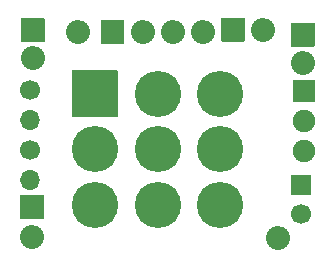
<source format=gbs>
G04 #@! TF.GenerationSoftware,KiCad,Pcbnew,(5.99.0-1730-g52ae0df7a)*
G04 #@! TF.CreationDate,2020-05-20T09:09:01+03:00*
G04 #@! TF.ProjectId,stomp-breakout,73746f6d-702d-4627-9265-616b6f75742e,rev?*
G04 #@! TF.SameCoordinates,Original*
G04 #@! TF.FileFunction,Soldermask,Bot*
G04 #@! TF.FilePolarity,Negative*
%FSLAX46Y46*%
G04 Gerber Fmt 4.6, Leading zero omitted, Abs format (unit mm)*
G04 Created by KiCad (PCBNEW (5.99.0-1730-g52ae0df7a)) date 2020-05-20 09:09:01*
%MOMM*%
%LPD*%
G01*
G04 APERTURE LIST*
%ADD10O,2.030400X2.030400*%
%ADD11O,1.700000X1.700000*%
%ADD12C,1.700000*%
%ADD13C,1.900000*%
%ADD14O,3.916000X3.916000*%
G04 APERTURE END LIST*
D10*
X157937200Y-102158800D03*
X141033500Y-84709000D03*
D11*
X136906000Y-92151200D03*
D12*
X136906000Y-89611200D03*
X159893000Y-100163000D03*
G36*
G01*
X159093000Y-96813000D02*
X160693000Y-96813000D01*
G75*
G02*
X160743000Y-96863000I0J-50000D01*
G01*
X160743000Y-98463000D01*
G75*
G02*
X160693000Y-98513000I-50000J0D01*
G01*
X159093000Y-98513000D01*
G75*
G02*
X159043000Y-98463000I0J50000D01*
G01*
X159043000Y-96863000D01*
G75*
G02*
X159093000Y-96813000I50000J0D01*
G01*
G37*
D13*
X160147000Y-94805500D03*
X160147000Y-92265500D03*
G36*
G01*
X159247000Y-88775500D02*
X161047000Y-88775500D01*
G75*
G02*
X161097000Y-88825500I0J-50000D01*
G01*
X161097000Y-90625500D01*
G75*
G02*
X161047000Y-90675500I-50000J0D01*
G01*
X159247000Y-90675500D01*
G75*
G02*
X159197000Y-90625500I0J50000D01*
G01*
X159197000Y-88825500D01*
G75*
G02*
X159247000Y-88775500I50000J0D01*
G01*
G37*
G36*
G01*
X136144800Y-85547200D02*
X136144800Y-83616800D01*
G75*
G02*
X136194800Y-83566800I50000J0D01*
G01*
X138125200Y-83566800D01*
G75*
G02*
X138175200Y-83616800I0J-50000D01*
G01*
X138175200Y-85547200D01*
G75*
G02*
X138125200Y-85597200I-50000J0D01*
G01*
X136194800Y-85597200D01*
G75*
G02*
X136144800Y-85547200I0J50000D01*
G01*
G37*
D10*
X137160000Y-86931500D03*
G36*
G01*
X159004800Y-85928200D02*
X159004800Y-83997800D01*
G75*
G02*
X159054800Y-83947800I50000J0D01*
G01*
X160985200Y-83947800D01*
G75*
G02*
X161035200Y-83997800I0J-50000D01*
G01*
X161035200Y-85928200D01*
G75*
G02*
X160985200Y-85978200I-50000J0D01*
G01*
X159054800Y-85978200D01*
G75*
G02*
X159004800Y-85928200I0J50000D01*
G01*
G37*
X160020000Y-87312500D03*
X156654500Y-84518500D03*
G36*
G01*
X153099300Y-85483700D02*
X153099300Y-83553300D01*
G75*
G02*
X153149300Y-83503300I50000J0D01*
G01*
X155079700Y-83503300D01*
G75*
G02*
X155129700Y-83553300I0J-50000D01*
G01*
X155129700Y-85483700D01*
G75*
G02*
X155079700Y-85533700I-50000J0D01*
G01*
X153149300Y-85533700D01*
G75*
G02*
X153099300Y-85483700I0J50000D01*
G01*
G37*
X137096500Y-102108000D03*
G36*
G01*
X136131300Y-98552800D02*
X138061700Y-98552800D01*
G75*
G02*
X138111700Y-98602800I0J-50000D01*
G01*
X138111700Y-100533200D01*
G75*
G02*
X138061700Y-100583200I-50000J0D01*
G01*
X136131300Y-100583200D01*
G75*
G02*
X136081300Y-100533200I0J50000D01*
G01*
X136081300Y-98602800D01*
G75*
G02*
X136131300Y-98552800I50000J0D01*
G01*
G37*
D14*
X153026400Y-99340400D03*
X153026400Y-94640400D03*
X153026400Y-89940400D03*
X147726400Y-99340400D03*
X147726400Y-94640400D03*
X147726400Y-89940400D03*
X142426400Y-99340400D03*
X142426400Y-94640400D03*
G36*
G01*
X144384400Y-88032400D02*
X144384400Y-91848400D01*
G75*
G02*
X144334400Y-91898400I-50000J0D01*
G01*
X140518400Y-91898400D01*
G75*
G02*
X140468400Y-91848400I0J50000D01*
G01*
X140468400Y-88032400D01*
G75*
G02*
X140518400Y-87982400I50000J0D01*
G01*
X144334400Y-87982400D01*
G75*
G02*
X144384400Y-88032400I0J-50000D01*
G01*
G37*
D10*
X151536400Y-84709000D03*
X148996400Y-84709000D03*
X146456400Y-84709000D03*
G36*
G01*
X142901200Y-85674200D02*
X142901200Y-83743800D01*
G75*
G02*
X142951200Y-83693800I50000J0D01*
G01*
X144881600Y-83693800D01*
G75*
G02*
X144931600Y-83743800I0J-50000D01*
G01*
X144931600Y-85674200D01*
G75*
G02*
X144881600Y-85724200I-50000J0D01*
G01*
X142951200Y-85724200D01*
G75*
G02*
X142901200Y-85674200I0J50000D01*
G01*
G37*
D11*
X136906000Y-97282000D03*
D12*
X136906000Y-94742000D03*
M02*

</source>
